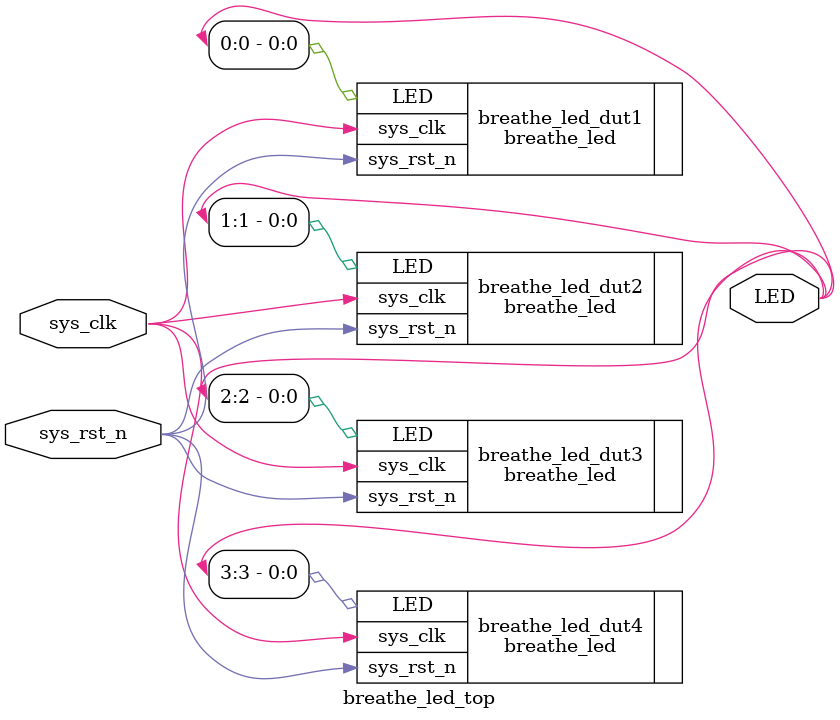
<source format=v>
module breathe_led_top(
	input						sys_clk,
	input						sys_rst_n,
	
	output		[3:0]		LED
);

	breathe_led breathe_led_dut1(
		.sys_clk				(sys_clk),					
		.sys_rst_n			(sys_rst_n),				
		
		.LED					(LED[0])		
	);
	
	breathe_led breathe_led_dut2(
		.sys_clk				(sys_clk),					
		.sys_rst_n			(sys_rst_n),				
		
		.LED					(LED[1])		
	);
	
	breathe_led breathe_led_dut3(
		.sys_clk				(sys_clk),					
		.sys_rst_n			(sys_rst_n),				
		
		.LED					(LED[2])		
	);
	
	breathe_led breathe_led_dut4(
		.sys_clk				(sys_clk),					
		.sys_rst_n			(sys_rst_n),				
		
		.LED					(LED[3])		
	);

endmodule

</source>
